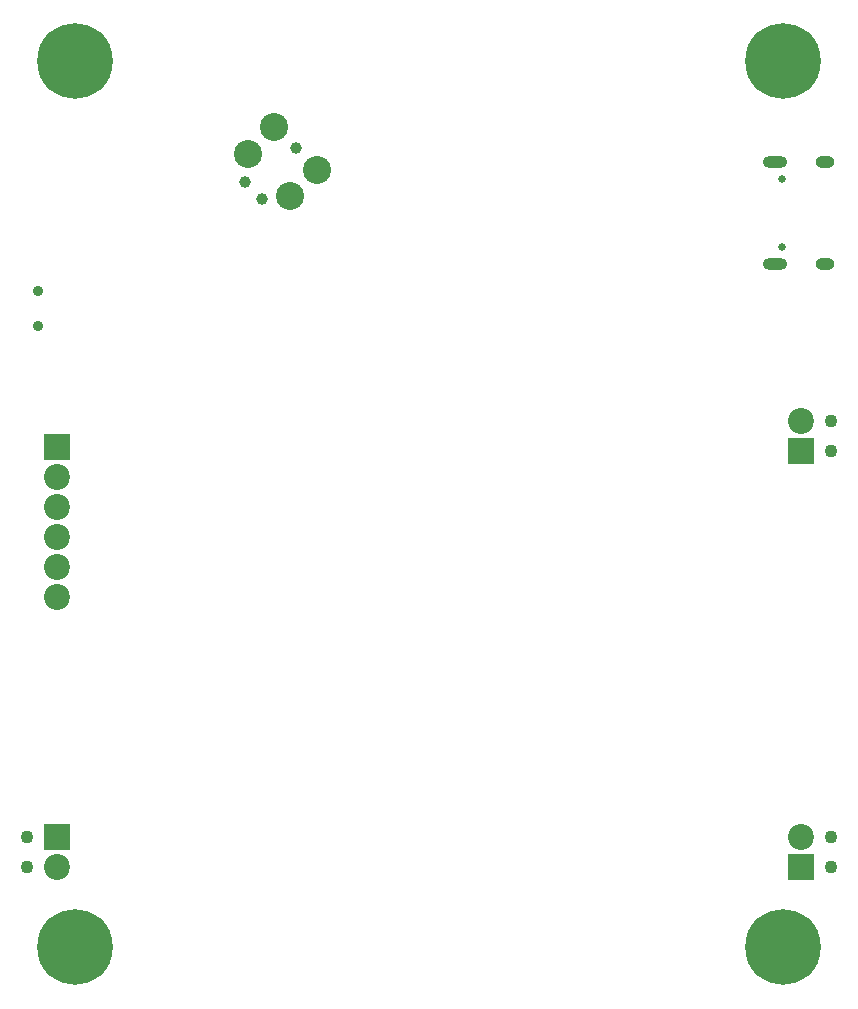
<source format=gbr>
%TF.GenerationSoftware,KiCad,Pcbnew,7.0.6-0*%
%TF.CreationDate,2024-09-28T22:57:35-04:00*%
%TF.ProjectId,GuitarFX,47756974-6172-4465-982e-6b696361645f,rev?*%
%TF.SameCoordinates,Original*%
%TF.FileFunction,Soldermask,Bot*%
%TF.FilePolarity,Negative*%
%FSLAX46Y46*%
G04 Gerber Fmt 4.6, Leading zero omitted, Abs format (unit mm)*
G04 Created by KiCad (PCBNEW 7.0.6-0) date 2024-09-28 22:57:35*
%MOMM*%
%LPD*%
G01*
G04 APERTURE LIST*
%ADD10C,0.800000*%
%ADD11C,6.400000*%
%ADD12C,1.100000*%
%ADD13R,2.200000X2.200000*%
%ADD14C,2.200000*%
%ADD15C,0.900000*%
%ADD16C,2.374900*%
%ADD17C,0.990600*%
%ADD18C,0.650000*%
%ADD19O,2.100000X1.000000*%
%ADD20O,1.600000X1.000000*%
G04 APERTURE END LIST*
D10*
%TO.C,H102*%
X172600000Y-63500000D03*
X173302944Y-61802944D03*
X173302944Y-65197056D03*
X175000000Y-61100000D03*
D11*
X175000000Y-63500000D03*
D10*
X175000000Y-65900000D03*
X176697056Y-61802944D03*
X176697056Y-65197056D03*
X177400000Y-63500000D03*
%TD*%
%TO.C,H103*%
X172600000Y-138500000D03*
X173302944Y-136802944D03*
X173302944Y-140197056D03*
X175000000Y-136100000D03*
D11*
X175000000Y-138500000D03*
D10*
X175000000Y-140900000D03*
X176697056Y-136802944D03*
X176697056Y-140197056D03*
X177400000Y-138500000D03*
%TD*%
D12*
%TO.C,J402*%
X110960000Y-129160000D03*
X110960000Y-131700000D03*
D13*
X113500000Y-129160000D03*
D14*
X113500000Y-131700000D03*
%TD*%
D13*
%TO.C,J303*%
X113500000Y-96120000D03*
D14*
X113500000Y-98660000D03*
X113500000Y-101200000D03*
X113500000Y-103740000D03*
X113500000Y-106280000D03*
X113500000Y-108820000D03*
%TD*%
D10*
%TO.C,H104*%
X112600000Y-138500000D03*
X113302944Y-136802944D03*
X113302944Y-140197056D03*
X115000000Y-136100000D03*
D11*
X115000000Y-138500000D03*
D10*
X115000000Y-140900000D03*
X116697056Y-136802944D03*
X116697056Y-140197056D03*
X117400000Y-138500000D03*
%TD*%
D15*
%TO.C,SW301*%
X111890000Y-82910000D03*
X111890000Y-85910000D03*
%TD*%
D12*
%TO.C,J202*%
X179040000Y-96450000D03*
X179040000Y-93910000D03*
D13*
X176500000Y-96450000D03*
D14*
X176500000Y-93910000D03*
%TD*%
D10*
%TO.C,H101*%
X112600000Y-63500000D03*
X113302944Y-61802944D03*
X113302944Y-65197056D03*
X115000000Y-61100000D03*
D11*
X115000000Y-63500000D03*
D10*
X115000000Y-65900000D03*
X116697056Y-61802944D03*
X116697056Y-65197056D03*
X117400000Y-63500000D03*
%TD*%
D12*
%TO.C,J401*%
X179040000Y-131680000D03*
X179040000Y-129140000D03*
D13*
X176500000Y-131680000D03*
D14*
X176500000Y-129140000D03*
%TD*%
D16*
%TO.C,J302*%
X135495064Y-72664936D03*
D17*
X133699013Y-70868885D03*
D16*
X131902962Y-69072834D03*
X133250000Y-74910000D03*
X129657898Y-71317898D03*
D17*
X130825331Y-75179408D03*
X129388490Y-73742567D03*
%TD*%
D18*
%TO.C,J301*%
X174850000Y-79240000D03*
X174850000Y-73460000D03*
D19*
X174320000Y-80670000D03*
D20*
X178500000Y-80670000D03*
D19*
X174320000Y-72030000D03*
D20*
X178500000Y-72030000D03*
%TD*%
M02*

</source>
